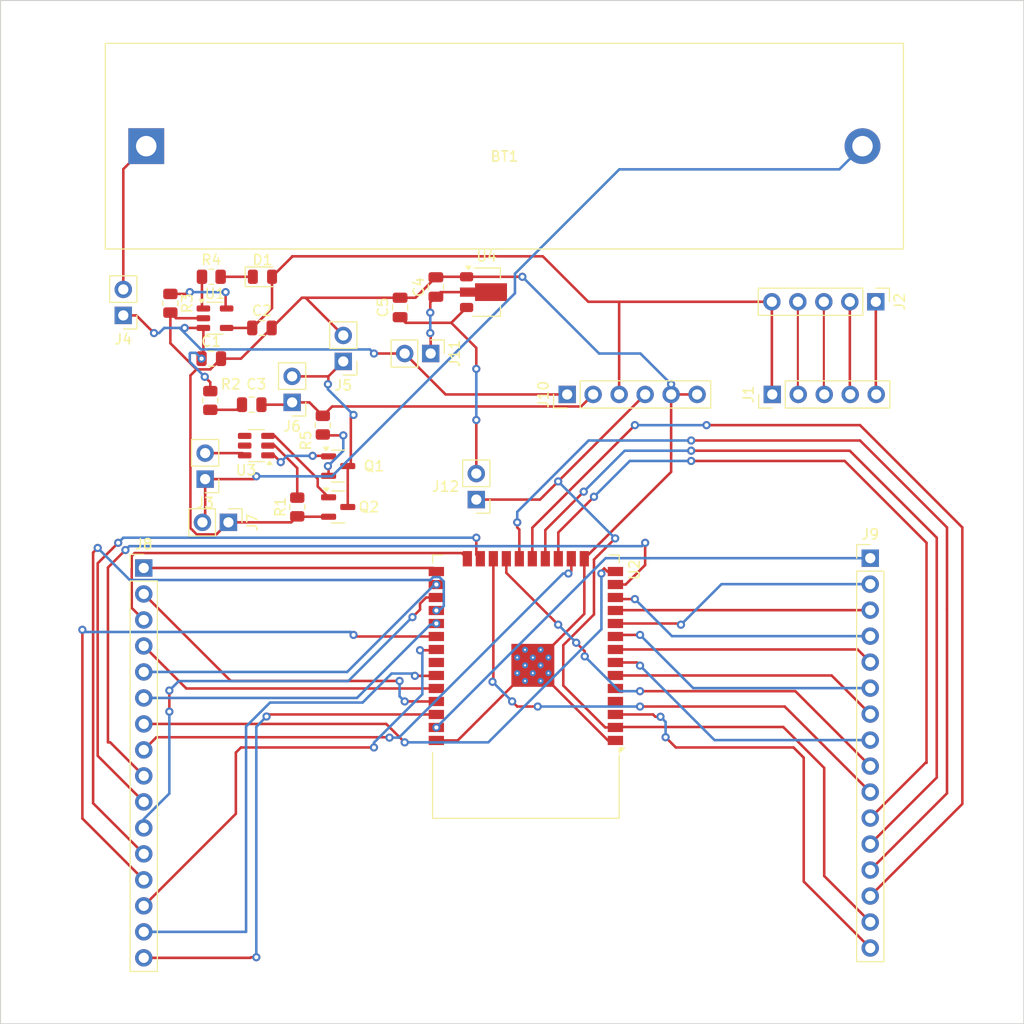
<source format=kicad_pcb>
(kicad_pcb (version 20240108) (generator "pcbnew") (generator_version "8.0")
  (layers (0 "F.Cu" signal) (31 "B.Cu" signal) (34 "B.Paste" user) (35 "F.Paste" user) (36 "B.SilkS" user "B.Silkscreen") (37 "F.SilkS" user "F.Silkscreen") (38 "B.Mask" user) (39 "F.Mask" user) (44 "Edge.Cuts" user))
  (net 0 "")
  (net 1 "Net-(BT1-+)")
  (net 2 "Net-(BT1--)")
  (net 3 "GND")
  (net 4 "+BATT")
  (net 5 "VBUS")
  (net 6 "-BATT")
  (net 7 "Net-(U3-VDD)")
  (net 8 "Net-(J11-Pin_1)")
  (net 9 "Net-(J12-Pin_2)")
  (net 10 "Net-(D1-K)")
  (net 11 "/D-")
  (net 12 "/D+")
  (net 13 "/ID")
  (net 14 "/Shield")
  (net 15 "Net-(J5-Pin_1)")
  (net 16 "/IO17")
  (net 17 "/IO18")
  (net 18 "/IO5")
  (net 19 "/IO0")
  (net 20 "/IO22")
  (net 21 "/IO13")
  (net 22 "/IO12")
  (net 23 "/IO2")
  (net 24 "/IO14")
  (net 25 "/IO19")
  (net 26 "/IO3")
  (net 27 "/IO16")
  (net 28 "/IO4")
  (net 29 "/IO15")
  (net 30 "/IO21")
  (net 31 "/IO1")
  (net 32 "/IO32")
  (net 33 "/SD3")
  (net 34 "/IO35")
  (net 35 "+3V3")
  (net 36 "/SD2")
  (net 37 "/IO25")
  (net 38 "/IO34")
  (net 39 "/IO27")
  (net 40 "/IO23")
  (net 41 "/IO26")
  (net 42 "/IO33")
  (net 43 "/CMD")
  (net 44 "/SD0")
  (net 45 "/CLK")
  (net 46 "/SD1")
  (net 47 "/EN_ESP")
  (net 48 "Net-(Q1-S)")
  (net 49 "Net-(Q1-G)")
  (net 50 "Net-(Q2-G)")
  (net 51 "Net-(U3-VM)")
  (net 52 "Net-(U1-PROG)")
  (net 53 "Net-(U1-STAT)")
  (footprint "Library:18650 cell holder - pin gap = 70mm" (layer "F.Cu") (at 82.7425 57.735)
    (property "Reference" "BT1")
    (property "Value" "Battery_Cell")
  )
  (footprint "Connector_PinHeader_2.54mm:PinHeader_1x16_P2.54mm_Vertical" (layer "F.Cu") (at 83.5 98.96)
    (property "Reference" "J8")
    (property "Value" "Conn_01x16_Pin")
  )
  (footprint "Connector_PinHeader_2.54mm:PinHeader_1x02_P2.54mm_Vertical" (layer "F.Cu") (at 81.5 74.275 180)
    (property "Reference" "J4")
    (property "Value" "Conn_01x02_Pin")
  )
  (footprint "Connector_PinHeader_2.54mm:PinHeader_1x06_P2.54mm_Vertical" (layer "F.Cu") (at 124.88 82 90)
    (property "Reference" "J10")
    (property "Value" "Conn_01x06_Pin")
  )
  (footprint "Connector_PinHeader_2.54mm:PinHeader_1x05_P2.54mm_Vertical" (layer "F.Cu") (at 155.045 72.9425 -90)
    (property "Reference" "J2")
    (property "Value" "Conn_01x05_Pin")
  )
  (footprint "Resistor_SMD:R_0805_2012Metric" (layer "F.Cu") (at 101 85 90)
    (property "Reference" "R5")
    (property "Value" "330m")
  )
  (footprint "Package_TO_SOT_SMD:SOT-23-5" (layer "F.Cu") (at 90.4625 74.55)
    (property "Reference" "U1")
    (property "Value" "MCP73831-2-OT")
  )
  (footprint "Connector_PinHeader_2.54mm:PinHeader_1x05_P2.54mm_Vertical" (layer "F.Cu") (at 144.925 82 90)
    (property "Reference" "J1")
    (property "Value" "Conn_01x05_Pin")
  )
  (footprint "Capacitor_SMD:C_0805_2012Metric" (layer "F.Cu") (at 90.1 78.5)
    (property "Reference" "C1")
    (property "Value" "4.7u")
  )
  (footprint "Capacitor_SMD:C_0805_2012Metric" (layer "F.Cu") (at 95.05 75.5)
    (property "Reference" "C2")
    (property "Value" "4.7u")
  )
  (footprint "Package_TO_SOT_SMD:SOT-23-6" (layer "F.Cu") (at 94.5 87 180)
    (property "Reference" "U3")
    (property "Value" "AP9101CK6-AYTRG1")
  )
  (footprint "Package_TO_SOT_SMD:SOT-89-3" (layer "F.Cu") (at 117 72)
    (property "Reference" "U4")
    (property "Value" "HT75xx-1-SOT89")
  )
  (footprint "Connector_PinHeader_2.54mm:PinHeader_1x02_P2.54mm_Vertical" (layer "F.Cu") (at 116 92.275 180)
    (property "Reference" "J12")
    (property "Value" "Conn_01x02_Pin")
  )
  (footprint "Connector_PinHeader_2.54mm:PinHeader_1x02_P2.54mm_Vertical" (layer "F.Cu") (at 89.5 90.275 180)
    (property "Reference" "J3")
    (property "Value" "Conn_01x02_Pin")
  )
  (footprint "Resistor_SMD:R_0805_2012Metric" (layer "F.Cu") (at 90 82.5875 90)
    (property "Reference" "R2")
    (property "Value" "330")
  )
  (footprint "Connector_PinHeader_2.54mm:PinHeader_1x02_P2.54mm_Vertical" (layer "F.Cu") (at 103 78.775 180)
    (property "Reference" "J5")
    (property "Value" "Conn_01x02_Pin")
  )
  (footprint "LED_SMD:LED_0805_2012Metric" (layer "F.Cu") (at 95.1 70.5)
    (property "Reference" "D1")
    (property "Value" "LED")
  )
  (footprint "RF_Module:ESP32-WROOM-32" (layer "F.Cu") (at 120.845 107.565 180)
    (property "Reference" "U2")
    (property "Value" "ESP32-WROOM-32")
  )
  (footprint "Connector_PinHeader_2.54mm:PinHeader_1x02_P2.54mm_Vertical" (layer "F.Cu") (at 91.775 94.5 -90)
    (property "Reference" "J7")
    (property "Value" "Conn_01x02_Pin")
  )
  (footprint "Connector_PinHeader_2.54mm:PinHeader_1x02_P2.54mm_Vertical" (layer "F.Cu") (at 98 82.775 180)
    (property "Reference" "J6")
    (property "Value" "Conn_01x02_Pin")
  )
  (footprint "Resistor_SMD:R_0805_2012Metric" (layer "F.Cu") (at 90.1 70.5)
    (property "Reference" "R4")
    (property "Value" "470")
  )
  (footprint "Capacitor_SMD:C_0805_2012Metric" (layer "F.Cu") (at 94.05 83 180)
    (property "Reference" "C3")
    (property "Value" "100n")
  )
  (footprint "Package_TO_SOT_SMD:SOT-23" (layer "F.Cu") (at 102.5 89)
    (property "Reference" "Q1")
    (property "Value" "2N7002H")
  )
  (footprint "Connector_PinHeader_2.54mm:PinHeader_1x16_P2.54mm_Vertical" (layer "F.Cu") (at 154.5 98)
    (property "Reference" "J9")
    (property "Value" "Conn_01x16_Pin")
  )
  (footprint "Resistor_SMD:R_0805_2012Metric" (layer "F.Cu") (at 86.1 73.0875 -90)
    (property "Reference" "R3")
    (property "Value" "2k")
  )
  (footprint "Resistor_SMD:R_0805_2012Metric" (layer "F.Cu") (at 98.5 93 90)
    (property "Reference" "R1")
    (property "Value" "2k7")
  )
  (footprint "Capacitor_SMD:C_0805_2012Metric" (layer "F.Cu") (at 112.05 71.5 90)
    (property "Reference" "C4")
    (property "Value" "10u")
  )
  (footprint "Capacitor_SMD:C_0805_2012Metric" (layer "F.Cu") (at 108.55 73.5 90)
    (property "Reference" "C5")
    (property "Value" "10u")
  )
  (footprint "Package_TO_SOT_SMD:SOT-23" (layer "F.Cu") (at 102.5 93)
    (property "Reference" "Q2")
    (property "Value" "2N7002H")
  )
  (footprint "Connector_PinHeader_2.54mm:PinHeader_1x02_P2.54mm_Vertical" (layer "F.Cu") (at 111.54 78 -90)
    (property "Reference" "J11")
    (property "Value" "Conn_01x02_Pin")
  )
  (gr_rect (start 69.5 43.5) (end 169.5 143.5) (stroke (width 0.1)) (fill none) (layer "Edge.Cuts"))
  (segment (start 81.5 59.9775) (end 83.7425 57.735) (width 0.25) (layer "F.Cu") (net 1))
  (segment (start 81.5 71.735) (end 81.5 59.9775) (width 0.25) (layer "F.Cu") (net 1))
  (segment (start 89.5 90.275) (end 89.5 94.235) (width 0.25) (layer "F.Cu") (net 2))
  (segment (start 89.5 90.275) (end 94.225 90.275) (width 0.25) (layer "F.Cu") (net 2))
  (segment (start 94.225 90.275) (end 94.5 90) (width 0.25) (layer "F.Cu") (net 2))
  (segment (start 89.5 94.235) (end 89.235 94.5) (width 0.25) (layer "F.Cu") (net 2))
  (via (at 94.5 90) (size 0.8) (drill 0.4) (layers "F.Cu" "B.Cu") (net 2))
  (segment (start 101.89 90) (end 119.775 72.115) (width 0.25) (layer "B.Cu") (net 2))
  (segment (start 119.775 70.199695) (end 129.974695 60) (width 0.25) (layer "B.Cu") (net 2))
  (segment (start 129.974695 60) (end 151.4775 60) (width 0.25) (layer "B.Cu") (net 2))
  (segment (start 119.775 72.115) (end 119.775 70.199695) (width 0.25) (layer "B.Cu") (net 2))
  (segment (start 94.5 90) (end 101.89 90) (width 0.25) (layer "B.Cu") (net 2))
  (segment (start 151.4775 60) (end 153.7425 57.735) (width 0.25) (layer "B.Cu") (net 2))
  (segment (start 91.05 78.5) (end 93 78.5) (width 0.25) (layer "F.Cu") (net 3))
  (segment (start 112.095 115.815) (end 114.185 115.815) (width 0.25) (layer "F.Cu") (net 3))
  (segment (start 93 78.5) (end 96 75.5) (width 0.25) (layer "F.Cu") (net 3))
  (segment (start 108.55 72.55) (end 110.05 72.55) (width 0.25) (layer "F.Cu") (net 3))
  (segment (start 88.06 95.06) (end 88.06 80.1449) (width 0.25) (layer "F.Cu") (net 3))
  (segment (start 91.775 94.5) (end 97.9125 94.5) (width 0.25) (layer "F.Cu") (net 3))
  (segment (start 135.04 89.57) (end 126.555 98.055) (width 0.25) (layer "F.Cu") (net 3))
  (segment (start 96 75.5) (end 98.95 72.55) (width 0.25) (layer "F.Cu") (net 3))
  (segment (start 98.5 93.9125) (end 98.9125 93.9125) (width 0.25) (layer "F.Cu") (net 3))
  (segment (start 135.04 82) (end 135.04 89.57) (width 0.25) (layer "F.Cu") (net 3))
  (segment (start 97.9125 94.5) (end 98.5 93.9125) (width 0.25) (layer "F.Cu") (net 3))
  (segment (start 90 79.55) (end 88.6549 79.55) (width 0.25) (layer "F.Cu") (net 3))
  (segment (start 86.1 76.9951) (end 86.1 74) (width 0.25) (layer "F.Cu") (net 3))
  (segment (start 112.55 70.5) (end 115.05 70.5) (width 0.25) (layer "F.Cu") (net 3))
  (segment (start 98.9125 93.9125) (end 98.95 93.95) (width 0.25) (layer "F.Cu") (net 3))
  (segment (start 88.675 95.675) (end 88.06 95.06) (width 0.25) (layer "F.Cu") (net 3))
  (segment (start 110.05 72.55) (end 112.05 70.55) (width 0.25) (layer "F.Cu") (net 3))
  (segment (start 128.865 115.815) (end 123.05 110) (width 0.25) (layer "F.Cu") (net 3))
  (segment (start 135.04 81) (end 135.04 82) (width 0.25) (layer "F.Cu") (net 3))
  (segment (start 99.315 72.55) (end 98.95 72.55) (width 0.25) (layer "F.Cu") (net 3))
  (segment (start 88.06 80.1449) (end 88.6549 79.55) (width 0.25) (layer "F.Cu") (net 3))
  (segment (start 112.05 70.55) (end 112.5 70.55) (width 0.25) (layer "F.Cu") (net 3))
  (segment (start 135.04 82) (end 137.58 82) (width 0.25) (layer "F.Cu") (net 3))
  (segment (start 98.95 93.95) (end 101.5625 93.95) (width 0.25) (layer "F.Cu") (net 3))
  (segment (start 91.775 94.5) (end 90.6 95.675) (width 0.25) (layer "F.Cu") (net 3))
  (segment (start 86.65 74.55) (end 89.325 74.55) (width 0.25) (layer "F.Cu") (net 3))
  (segment (start 120.5 70.5) (end 115.05 70.5) (width 0.25) (layer "F.Cu") (net 3))
  (segment (start 91.05 78.5) (end 90 79.55) (width 0.25) (layer "F.Cu") (net 3))
  (segment (start 103 76.235) (end 99.315 72.55) (width 0.25) (layer "F.Cu") (net 3))
  (segment (start 126.555 103.445) (end 121.525 108.475) (width 0.25) (layer "F.Cu") (net 3))
  (segment (start 90.6 95.675) (end 88.675 95.675) (width 0.25) (layer "F.Cu") (net 3))
  (segment (start 126.555 98.055) (end 126.555 103.445) (width 0.25) (layer "F.Cu") (net 3))
  (segment (start 98.95 72.55) (end 108.55 72.55) (width 0.25) (layer "F.Cu") (net 3))
  (segment (start 88.6549 79.55) (end 86.1 76.9951) (width 0.25) (layer "F.Cu") (net 3))
  (segment (start 114.185 115.815) (end 120 110) (width 0.25) (layer "F.Cu") (net 3))
  (segment (start 129.595 115.815) (end 128.865 115.815) (width 0.25) (layer "F.Cu") (net 3))
  (segment (start 112.5 70.55) (end 112.55 70.5) (width 0.25) (layer "F.Cu") (net 3))
  (segment (start 86.1 74) (end 86.65 74.55) (width 0.25) (layer "F.Cu") (net 3))
  (via (at 120.5 70.5) (size 0.8) (drill 0.4) (layers "F.Cu" "B.Cu") (net 3))
  (via (at 135.04 81) (size 0.8) (drill 0.4) (layers "F.Cu" "B.Cu") (net 3))
  (segment (start 128 78) (end 120.5 70.5) (width 0.25) (layer "B.Cu") (net 3))
  (segment (start 135.04 81) (end 132.04 78) (width 0.25) (layer "B.Cu") (net 3))
  (segment (start 132.04 78) (end 128 78) (width 0.25) (layer "B.Cu") (net 3))
  (segment (start 109 78) (end 106 78) (width 0.25) (layer "F.Cu") (net 4))
  (segment (start 89.325 78.325) (end 89.15 78.5) (width 0.25) (layer "F.Cu") (net 4))
  (segment (start 90 80.813888) (end 89.461112 80.275) (width 0.25) (layer "F.Cu") (net 4))
  (segment (start 87.5 75.5) (end 89.325 75.5) (width 0.25) (layer "F.Cu") (net 4))
  (segment (start 113 82) (end 124.88 82) (width 0.25) (layer "F.Cu") (net 4))
  (segment (start 81.5 74.275) (end 82.775 74.275) (width 0.25) (layer "F.Cu") (net 4))
  (segment (start 89.325 75.5) (end 89.325 78.325) (width 0.25) (layer "F.Cu") (net 4))
  (segment (start 82.775 74.275) (end 84.5 76) (width 0.25) (layer "F.Cu") (net 4))
  (segment (start 109 78) (end 113 82) (width 0.25) (layer "F.Cu") (net 4))
  (segment (start 90 81.675) (end 90 80.813888) (width 0.25) (layer "F.Cu") (net 4))
  (via (at 106 78) (size 0.8) (drill 0.4) (layers "F.Cu" "B.Cu") (net 4))
  (via (at 87.5 75.5) (size 0.8) (drill 0.4) (layers "F.Cu" "B.Cu") (net 4))
  (via (at 89.15 78.5) (size 0.8) (drill 0.4) (layers "F.Cu" "B.Cu") (net 4))
  (via (at 89.461112 80.275) (size 0.8) (drill 0.4) (layers "F.Cu" "B.Cu") (net 4))
  (via (at 84.5 76) (size 0.8) (drill 0.4) (layers "F.Cu" "B.Cu") (net 4))
  (segment (start 88.584897 77.934897) (end 89.15 78.5) (width 0.25) (layer "B.Cu") (net 4))
  (segment (start 106 78) (end 105.6 77.6) (width 0.25) (layer "B.Cu") (net 4))
  (segment (start 89.461112 80.275) (end 88 78.813888) (width 0.25) (layer "B.Cu") (net 4))
  (segment (start 88 78) (end 88.065103 77.934897) (width 0.25) (layer "B.Cu") (net 4))
  (segment (start 85.5 75.5) (end 87 75.5) (width 0.25) (layer "B.Cu") (net 4))
  (segment (start 105.6 77.6) (end 89.1 77.6) (width 0.25) (layer "B.Cu") (net 4))
  (segment (start 88.065103 77.934897) (end 88.584897 77.934897) (width 0.25) (layer "B.Cu") (net 4))
  (segment (start 88 78.813888) (end 88 78) (width 0.25) (layer "B.Cu") (net 4))
  (segment (start 89.1 77.6) (end 87 75.5) (width 0.25) (layer "B.Cu") (net 4))
  (segment (start 85 76) (end 85.5 75.5) (width 0.25) (layer "B.Cu") (net 4))
  (segment (start 87 75.5) (end 87.5 75.5) (width 0.25) (layer "B.Cu") (net 4))
  (segment (start 84.5 76) (end 85 76) (width 0.25) (layer "B.Cu") (net 4))
  (segment (start 144.885 72.9425) (end 144.885 81.96) (width 0.25) (layer "F.Cu") (net 5))
  (segment (start 98 68.5375) (end 96.0375 70.5) (width 0.25) (layer "F.Cu") (net 5))
  (segment (start 96.0375 73.5625) (end 94.1 75.5) (width 0.25) (layer "F.Cu") (net 5))
  (segment (start 144.885 72.9425) (end 130 72.9425) (width 0.25) (layer "F.Cu") (net 5))
  (segment (start 122.5 68.5) (end 98 68.5) (width 0.25) (layer "F.Cu") (net 5))
  (segment (start 144.885 81.96) (end 144.925 82) (width 0.25) (layer "F.Cu") (net 5))
  (segment (start 98 68.5) (end 98 68.5375) (width 0.25) (layer "F.Cu") (net 5))
  (segment (start 129.96 72.9825) (end 130 72.9425) (width 0.25) (layer "F.Cu") (net 5))
  (segment (start 96.0375 70.5) (end 96.0375 73.5625) (width 0.25) (layer "F.Cu") (net 5))
  (segment (start 130 72.9425) (end 126.9425 72.9425) (width 0.25) (layer "F.Cu") (net 5))
  (segment (start 91.6 75.5) (end 94.1 75.5) (width 0.25) (layer "F.Cu") (net 5))
  (segment (start 129.96 82) (end 129.96 72.9825) (width 0.25) (layer "F.Cu") (net 5))
  (segment (start 126.9425 72.9425) (end 122.5 68.5) (width 0.25) (layer "F.Cu") (net 5))
  (segment (start 89.5 87.735) (end 93.1475 87.735) (width 0.25) (layer "F.Cu") (net 6))
  (segment (start 93.1475 87.735) (end 93.3625 87.95) (width 0.25) (layer "F.Cu") (net 6))
  (segment (start 95 83) (end 97.775 83) (width 0.25) (layer "F.Cu") (net 6))
  (segment (start 101 84.0875) (end 101.9125 83.175) (width 0.25) (layer "F.Cu") (net 6))
  (segment (start 101.9125 83.175) (end 126.245 83.175) (width 0.25) (layer "F.Cu") (net 6))
  (segment (start 97.775 83) (end 98 82.775) (width 0.25) (layer "F.Cu") (net 6))
  (segment (start 126.245 83.175) (end 127.42 82) (width 0.25) (layer "F.Cu") (net 6))
  (segment (start 98 82.775) (end 99.6875 82.775) (width 0.25) (layer "F.Cu") (net 6))
  (segment (start 99.6875 82.775) (end 101 84.0875) (width 0.25) (layer "F.Cu") (net 6))
  (segment (start 92.6 83.5) (end 90 83.5) (width 0.25) (layer "F.Cu") (net 7))
  (segment (start 93.1 83) (end 92.6 83.5) (width 0.25) (layer "F.Cu") (net 7))
  (segment (start 112.5 72) (end 112.05 72.45) (width 0.25) (layer "F.Cu") (net 8))
  (segment (start 111.54 76.04) (end 111.5 76) (width 0.25) (layer "F.Cu") (net 8))
  (segment (start 111.54 78) (end 111.54 76.04) (width 0.25) (layer "F.Cu") (net 8))
  (segment (start 111.5 73) (end 112.05 72.45) (width 0.25) (layer "F.Cu") (net 8))
  (segment (start 111.5 74) (end 111.5 73) (width 0.25) (layer "F.Cu") (net 8))
  (segment (start 115.1375 72) (end 112.5 72) (width 0.25) (layer "F.Cu") (net 8))
  (segment (start 112.05 72.45) (end 111.6 72.45) (width 0.25) (layer "F.Cu") (net 8))
  (via (at 111.5 76) (size 0.8) (drill 0.4) (layers "F.Cu" "B.Cu") (net 8))
  (via (at 111.5 74) (size 0.8) (drill 0.4) (layers "F.Cu" "B.Cu") (net 8))
  (segment (start 111.5 76) (end 111.5 74) (width 0.25) (layer "B.Cu") (net 8))
  (segment (start 116 89.735) (end 116 84.5) (width 0.25) (layer "F.Cu") (net 9))
  (segment (start 116 79.5) (end 116 77.45) (width 0.25) (layer "F.Cu") (net 9))
  (segment (start 115.05 73.5) (end 113.55 75) (width 0.25) (layer "F.Cu") (net 9))
  (segment (start 116 77.45) (end 113.55 75) (width 0.25) (layer "F.Cu") (net 9))
  (segment (start 113.55 75) (end 109.1 75) (width 0.25) (layer "F.Cu") (net 9))
  (segment (start 109.1 75) (end 108.55 74.45) (width 0.25) (layer "F.Cu") (net 9))
  (via (at 116 84.5) (size 0.8) (drill 0.4) (layers "F.Cu" "B.Cu") (net 9))
  (via (at 116 79.5) (size 0.8) (drill 0.4) (layers "F.Cu" "B.Cu") (net 9))
  (segment (start 116 84.5) (end 116 79.5) (width 0.25) (layer "B.Cu") (net 9))
  (segment (start 91.0125 70.5) (end 94.1625 70.5) (width 0.25) (layer "F.Cu") (net 10))
  (segment (start 149.965 72.9425) (end 149.965 81.96) (width 0.2) (layer "F.Cu") (net 11))
  (segment (start 149.965 81.96) (end 150.005 82) (width 0.2) (layer "F.Cu") (net 11))
  (segment (start 147.425 72.9425) (end 147.425 81.96) (width 0.2) (layer "F.Cu") (net 12))
  (segment (start 147.425 81.96) (end 147.465 82) (width 0.2) (layer "F.Cu") (net 12))
  (segment (start 152.505 72.9425) (end 152.505 81.96) (width 0.25) (layer "F.Cu") (net 13))
  (segment (start 152.505 81.96) (end 152.545 82) (width 0.25) (layer "F.Cu") (net 13))
  (segment (start 155.045 72.9425) (end 155.045 81.96) (width 0.25) (layer "F.Cu") (net 14))
  (segment (start 155.045 81.96) (end 155.085 82) (width 0.25) (layer "F.Cu") (net 14))
  (segment (start 101.54 80.235) (end 101.54 80.96) (width 0.25) (layer "F.Cu") (net 15))
  (segment (start 101.54 80.96) (end 101.5 81) (width 0.25) (layer "F.Cu") (net 15))
  (segment (start 101.54 80.235) (end 103 78.775) (width 0.25) (layer "F.Cu") (net 15))
  (segment (start 103.4375 89) (end 103.7375 88.7) (width 0.25) (layer "F.Cu") (net 15))
  (segment (start 103.4375 89) (end 103.4375 93) (width 0.25) (layer "F.Cu") (net 15))
  (segment (start 103.7375 88.7) (end 103.7375 84.2625) (width 0.25) (layer "F.Cu") (net 15))
  (segment (start 103.7375 84.2625) (end 104 84) (width 0.25) (layer "F.Cu") (net 15))
  (segment (start 98 80.235) (end 101.54 80.235) (width 0.25) (layer "F.Cu") (net 15))
  (via (at 104 84) (size 0.8) (drill 0.4) (layers "F.Cu" "B.Cu") (net 15))
  (via (at 101.5 81) (size 0.8) (drill 0.4) (layers "F.Cu" "B.Cu") (net 15))
  (segment (start 101.5 81.5) (end 101.5 81) (width 0.25) (layer "B.Cu") (net 15))
  (segment (start 104 84) (end 101.5 81.5) (width 0.25) (layer "B.Cu") (net 15))
  (segment (start 83.5 126.9) (end 78.55 121.95) (width 0.25) (layer "F.Cu") (net 16))
  (segment (start 78.55 121.95) (end 78.55 97.45) (width 0.25) (layer "F.Cu") (net 16))
  (segment (start 78.55 97.45) (end 79 97) (width 0.25) (layer "F.Cu") (net 16))
  (via (at 112.095 103.115) (size 0.8) (drill 0.4) (layers "F.Cu" "B.Cu") (net 16))
  (via (at 79 97) (size 0.8) (drill 0.4) (layers "F.Cu" "B.Cu") (net 16))
  (segment (start 112.82 102.68) (end 112.5 103) (width 0.25) (layer "B.Cu") (net 16))
  (segment (start 112.5 103) (end 112.21 103) (width 0.25) (layer "B.Cu") (net 16))
  (segment (start 112.395305 99.85) (end 112.82 100.274695) (width 0.25) (layer "B.Cu") (net 16))
  (segment (start 111.509695 100.135) (end 111.794695 99.85) (width 0.25) (layer "B.Cu") (net 16))
  (segment (start 112.82 100.274695) (end 112.82 102.68) (width 0.25) (layer "B.Cu") (net 16))
  (segment (start 112.21 103) (end 112.095 103.115) (width 0.25) (layer "B.Cu") (net 16))
  (segment (start 82.135 100.135) (end 111.509695 100.135) (width 0.25) (layer "B.Cu") (net 16))
  (segment (start 79 97) (end 82.135 100.135) (width 0.25) (layer "B.Cu") (net 16))
  (segment (start 111.794695 99.85) (end 112.395305 99.85) (width 0.25) (layer "B.Cu") (net 16))
  (segment (start 77.5 123.44) (end 77.5 105) (width 0.25) (layer "F.Cu") (net 17))
  (segment (start 83.5 129.44) (end 77.5 123.44) (width 0.25) (layer "F.Cu") (net 17))
  (segment (start 104 105.5) (end 104.155 105.655) (width 0.25) (layer "F.Cu") (net 17))
  (segment (start 104.155 105.655) (end 112.095 105.655) (width 0.25) (layer "F.Cu") (net 17))
  (via (at 104 105.5) (size 0.8) (drill 0.4) (layers "F.Cu" "B.Cu") (net 17))
  (via (at 77.5 105) (size 0.8) (drill 0.4) (layers "F.Cu" "B.Cu") (net 17))
  (segment (start 103.715 105.215) (end 104 105.5) (width 0.25) (layer "B.Cu") (net 17))
  (segment (start 77.715 105.215) (end 103.715 105.215) (width 0.25) (layer "B.Cu") (net 17))
  (segment (start 77.5 105) (end 77.715 105.215) (width 0.25) (layer "B.Cu") (net 17))
  (via (at 112.095 104.385) (size 0.8) (drill 0.4) (layers "F.Cu" "B.Cu") (net 18))
  (segment (start 83.5 111.66) (end 104.34 111.66) (width 0.25) (layer "B.Cu") (net 18))
  (segment (start 104.34 111.66) (end 111.5 104.5) (width 0.25) (layer "B.Cu") (net 18))
  (segment (start 111.5 104.5) (end 111.98 104.5) (width 0.25) (layer "B.Cu") (net 18))
  (segment (start 111.98 104.5) (end 112.095 104.385) (width 0.25) (layer "B.Cu") (net 18))
  (segment (start 111.75 98.96) (end 112.095 99.305) (width 0.25) (layer "F.Cu") (net 19))
  (segment (start 83.5 98.96) (end 111.75 98.96) (width 0.25) (layer "F.Cu") (net 19))
  (segment (start 93.94 137.06) (end 83.5 137.06) (width 0.25) (layer "F.Cu") (net 20))
  (segment (start 94 137) (end 93.94 137.06) (width 0.25) (layer "F.Cu") (net 20))
  (segment (start 94.5 137) (end 94 137) (width 0.25) (layer "F.Cu") (net 20))
  (segment (start 112.095 113.275) (end 95.7 113.275) (width 0.25) (layer "F.Cu") (net 20))
  (segment (start 95.7 113.275) (end 95.5 113.475) (width 0.25) (layer "F.Cu") (net 20))
  (via (at 95.5 113.475) (size 0.8) (drill 0.4) (layers "F.Cu" "B.Cu") (net 20))
  (via (at 94.5 137) (size 0.8) (drill 0.4) (layers "F.Cu" "B.Cu") (net 20))
  (segment (start 94.5 114.475) (end 94.5 137) (width 0.25) (layer "B.Cu") (net 20))
  (segment (start 95.5 113.475) (end 94.5 114.475) (width 0.25) (layer "B.Cu") (net 20))
  (segment (start 107.512652 115.537958) (end 107.474694 115.5) (width 0.25) (layer "F.Cu") (net 21))
  (segment (start 125.285 98.055) (end 125.285 99.215) (width 0.25) (layer "F.Cu") (net 21))
  (segment (start 125.285 99.215) (end 125 99.5) (width 0.25) (layer "F.Cu") (net 21))
  (segment (start 107.474694 115.5) (end 84.74 115.5) (width 0.25) (layer "F.Cu") (net 21))
  (segment (start 84.74 115.5) (end 83.5 116.74) (width 0.25) (layer "F.Cu") (net 21))
  (via (at 125 99.5) (size 0.8) (drill 0.4) (layers "F.Cu" "B.Cu") (net 21))
  (via (at 107.512652 115.537958) (size 0.8) (drill 0.4) (layers "F.Cu" "B.Cu") (net 21))
  (segment (start 124.474695 99.5) (end 125 99.5) (width 0.25) (layer "B.Cu") (net 21))
  (segment (start 108.436737 115.537958) (end 124.474695 99.5) (width 0.25) (layer "B.Cu") (net 21))
  (segment (start 107.512652 115.537958) (end 108.436737 115.537958) (width 0.25) (layer "B.Cu") (net 21))
  (segment (start 128.225 99.275) (end 128.5 99) (width 0.25) (layer "F.Cu") (net 22))
  (segment (start 128.805 99.305) (end 129.595 99.305) (width 0.25) (layer "F.Cu") (net 22))
  (segment (start 83.5 114.2) (end 107.2 114.2) (width 0.25) (layer "F.Cu") (net 22))
  (segment (start 128.5 99) (end 128.805 99.305) (width 0.25) (layer "F.Cu") (net 22))
  (segment (start 107.2 114.2) (end 109 116) (width 0.25) (layer "F.Cu") (net 22))
  (segment (start 128.225 99.5) (end 128.225 99.275) (width 0.25) (layer "F.Cu") (net 22))
  (via (at 128.225 99.5) (size 0.8) (drill 0.4) (layers "F.Cu" "B.Cu") (net 22))
  (via (at 109 116) (size 0.8) (drill 0.4) (layers "F.Cu" "B.Cu") (net 22))
  (segment (start 109 116) (end 117.171384 116) (width 0.25) (layer "B.Cu") (net 22))
  (segment (start 128.225 104.946384) (end 128.225 99.5) (width 0.25) (layer "B.Cu") (net 22))
  (segment (start 117.171384 116) (end 128.225 104.946384) (width 0.25) (layer "B.Cu") (net 22))
  (segment (start 82.61 97.5) (end 114.57 97.5) (width 0.25) (layer "F.Cu") (net 23))
  (segment (start 114.57 97.5) (end 115.125 98.055) (width 0.25) (layer "F.Cu") (net 23))
  (segment (start 83.5 104.04) (end 82.325 102.865) (width 0.25) (layer "F.Cu") (net 23))
  (segment (start 82.325 102.865) (end 82.325 97.785) (width 0.25) (layer "F.Cu") (net 23))
  (segment (start 82.325 97.785) (end 82.61 97.5) (width 0.25) (layer "F.Cu") (net 23))
  (segment (start 132.5 98.67) (end 130.595 100.575) (width 0.25) (layer "F.Cu") (net 24))
  (segment (start 80 116) (end 80 98.914216) (width 0.25) (layer "F.Cu") (net 24))
  (segment (start 132.5 96.5) (end 132.5 98.67) (width 0.25) (layer "F.Cu") (net 24))
  (segment (start 80.22 116) (end 80 116) (width 0.25) (layer "F.Cu") (net 24))
  (segment (start 80 98.914216) (end 81.707108 97.207108) (width 0.25) (layer "F.Cu") (net 24))
  (segment (start 130.595 100.575) (end 129.595 100.575) (width 0.25) (layer "F.Cu") (net 24))
  (segment (start 83.5 119.28) (end 80.22 116) (width 0.25) (layer "F.Cu") (net 24))
  (via (at 132.5 96.5) (size 0.8) (drill 0.4) (layers "F.Cu" "B.Cu") (net 24))
  (via (at 81.707108 97.207108) (size 0.8) (drill 0.4) (layers "F.Cu" "B.Cu") (net 24))
  (segment (start 132.175 96.825) (end 132.5 96.5) (width 0.25) (layer "B.Cu") (net 24))
  (segment (start 82.089216 96.825) (end 132.175 96.825) (width 0.25) (layer "B.Cu") (net 24))
  (segment (start 81.707108 97.207108) (end 82.089216 96.825) (width 0.25) (layer "B.Cu") (net 24))
  (segment (start 106 116.5) (end 93 116.5) (width 0.25) (layer "F.Cu") (net 25))
  (segment (start 92.5 122.98) (end 83.5 131.98) (width 0.25) (layer "F.Cu") (net 25))
  (segment (start 92.5 117) (end 92.5 122.98) (width 0.25) (layer "F.Cu") (net 25))
  (segment (start 93 116.5) (end 92.5 117) (width 0.25) (layer "F.Cu") (net 25))
  (segment (start 112.02 107) (end 112.095 106.925) (width 0.25) (layer "F.Cu") (net 25))
  (segment (start 110.5 107) (end 112.02 107) (width 0.25) (layer "F.Cu") (net 25))
  (via (at 110.5 107) (size 0.8) (drill 0.4) (layers "F.Cu" "B.Cu") (net 25))
  (via (at 106 116.5) (size 0.8) (drill 0.4) (layers "F.Cu" "B.Cu") (net 25))
  (segment (start 110.725 111.300305) (end 110.725 107.225) (width 0.25) (layer "B.Cu") (net 25))
  (segment (start 110.725 107.225) (end 110.5 107) (width 0.25) (layer "B.Cu") (net 25))
  (segment (start 106 116.025305) (end 110.725 111.300305) (width 0.25) (layer "B.Cu") (net 25))
  (segment (start 106 116.5) (end 106 116.025305) (width 0.25) (layer "B.Cu") (net 25))
  (segment (start 87.655 110.735) (end 112.095 110.735) (width 0.25) (layer "F.Cu") (net 26))
  (segment (start 83.5 106.58) (end 87.655 110.735) (width 0.25) (layer "F.Cu") (net 26))
  (segment (start 111.095 101.845) (end 112.095 101.845) (width 0.25) (layer "F.Cu") (net 27))
  (segment (start 110.5 103.025306) (end 110.5 102.44) (width 0.25) (layer "F.Cu") (net 27))
  (segment (start 110.5 102.44) (end 111.095 101.845) (width 0.25) (layer "F.Cu") (net 27))
  (segment (start 109.762653 103.762653) (end 110.5 103.025306) (width 0.25) (layer "F.Cu") (net 27))
  (segment (start 86 113) (end 86 110.935) (width 0.25) (layer "F.Cu") (net 27))
  (via (at 86 113) (size 0.8) (drill 0.4) (layers "F.Cu" "B.Cu") (net 27))
  (via (at 109.762653 103.762653) (size 0.8) (drill 0.4) (layers "F.Cu" "B.Cu") (net 27))
  (via (at 86 110.935) (size 0.8) (drill 0.4) (layers "F.Cu" "B.Cu") (net 27))
  (segment (start 109.762653 103.762653) (end 109.737347 103.762653) (width 0.25) (layer "B.Cu") (net 27))
  (segment (start 103.489013 110.010987) (end 86.924013 110.010987) (width 0.25) (layer "B.Cu") (net 27))
  (segment (start 86 121) (end 86 113) (width 0.25) (layer "B.Cu") (net 27))
  (segment (start 86.924013 110.010987) (end 86 110.935) (width 0.25) (layer "B.Cu") (net 27))
  (segment (start 83.5 123.5) (end 86 121) (width 0.25) (layer "B.Cu") (net 27))
  (segment (start 109.737347 103.762653) (end 103.489013 110.010987) (width 0.25) (layer "B.Cu") (net 27))
  (segment (start 83.5 124.36) (end 83.5 123.5) (width 0.25) (layer "B.Cu") (net 27))
  (via (at 112.095 100.575) (size 0.8) (drill 0.4) (layers "F.Cu" "B.Cu") (net 28))
  (segment (start 112.02 100.5) (end 112.095 100.575) (width 0.25) (layer "B.Cu") (net 28))
  (segment (start 83.5 109.12) (end 103.38 109.12) (width 0.25) (layer "B.Cu") (net 28))
  (segment (start 112 100.5) (end 112.02 100.5) (width 0.25) (layer "B.Cu") (net 28))
  (segment (start 103.38 109.12) (end 112 100.5) (width 0.25) (layer "B.Cu") (net 28))
  (segment (start 116 97.66) (end 116.395 98.055) (width 0.25) (layer "F.Cu") (net 29))
  (segment (start 79 117.32) (end 79 98.5) (width 0.25) (layer "F.Cu") (net 29))
  (segment (start 116 96) (end 116 97.66) (width 0.25) (layer "F.Cu") (net 29))
  (segment (start 79 98.5) (end 81 96.5) (width 0.25) (layer "F.Cu") (net 29))
  (segment (start 83.5 121.82) (end 79 117.32) (width 0.25) (layer "F.Cu") (net 29))
  (via (at 81 96.5) (size 0.8) (drill 0.4) (layers "F.Cu" "B.Cu") (net 29))
  (via (at 116 96) (size 0.8) (drill 0.4) (layers "F.Cu" "B.Cu") (net 29))
  (segment (start 81.5 96) (end 116 96) (width 0.25) (layer "B.Cu") (net 29))
  (segment (start 81 96.5) (end 81.5 96) (width 0.25) (layer "B.Cu") (net 29))
  (segment (start 110 109.5) (end 112.06 109.5) (width 0.25) (layer "F.Cu") (net 30))
  (segment (start 112.06 109.5) (end 112.095 109.465) (width 0.25) (layer "F.Cu") (net 30))
  (via (at 110 109.5) (size 0.8) (drill 0.4) (layers "F.Cu" "B.Cu") (net 30))
  (segment (start 109.775 109.275) (end 110 109.5) (width 0.25) (layer "B.Cu") (net 30))
  (segment (start 83.5 134.52) (end 93.48 134.52) (width 0.25) (layer "B.Cu") (net 30))
  (segment (start 104.89 112.11) (end 107.725 109.275) (width 0.25) (layer "B.Cu") (net 30))
  (segment (start 93.48 134.52) (end 93.5 134.5) (width 0.25) (layer "B.Cu") (net 30))
  (segment (start 107.725 109.275) (end 109.775 109.275) (width 0.25) (layer "B.Cu") (net 30))
  (segment (start 95.839695 112.11) (end 104.89 112.11) (width 0.25) (layer "B.Cu") (net 30))
  (segment (start 93.5 134.5) (end 93.5 114.449695) (width 0.25) (layer "B.Cu") (net 30))
  (segment (start 93.5 114.449695) (end 95.839695 112.11) (width 0.25) (layer "B.Cu") (net 30))
  (segment (start 110.005 112.005) (end 112.095 112.005) (width 0.25) (layer "F.Cu") (net 31))
  (segment (start 83.5 101.5) (end 92 110) (width 0.25) (layer "F.Cu") (net 31))
  (segment (start 110 112) (end 110.005 112.005) (width 0.25) (layer "F.Cu") (net 31))
  (segment (start 109 112) (end 110 112) (width 0.25) (layer "F.Cu") (net 31))
  (segment (start 92 110) (end 108.5 110) (width 0.25) (layer "F.Cu") (net 31))
  (via (at 108.5 110) (size 0.8) (drill 0.4) (layers "F.Cu" "B.Cu") (net 31))
  (via (at 109 112) (size 0.8) (drill 0.4) (layers "F.Cu" "B.Cu") (net 31))
  (segment (start 108.5 111.5) (end 109 112) (width 0.25) (layer "B.Cu") (net 31))
  (segment (start 108.5 110) (end 108.5 111.5) (width 0.25) (layer "B.Cu") (net 31))
  (segment (start 154.5 108.16) (end 153.265 106.925) (width 0.25) (layer "F.Cu") (net 32))
  (segment (start 153.265 106.925) (end 129.595 106.925) (width 0.25) (layer "F.Cu") (net 32))
  (segment (start 152.5 87.5) (end 137 87.5) (width 0.25) (layer "F.Cu") (net 33))
  (segment (start 161 119.44) (end 161 116.5) (width 0.25) (layer "F.Cu") (net 33))
  (segment (start 154.5 125.94) (end 161 119.44) (width 0.25) (layer "F.Cu") (net 33))
  (segment (start 122.745 95.255) (end 122.745 98.055) (width 0.25) (layer "F.Cu") (net 33))
  (segment (start 161 116.5) (end 161 96) (width 0.25) (layer "F.Cu") (net 33))
  (segment (start 161 96) (end 152.5 87.5) (width 0.25) (layer "F.Cu") (net 33))
  (segment (start 126.5 91.5) (end 122.745 95.255) (width 0.25) (layer "F.Cu") (net 33))
  (via (at 126.5 91.5) (size 0.8) (drill 0.4) (layers "F.Cu" "B.Cu") (net 33))
  (via (at 137 87.5) (size 0.8) (drill 0.4) (layers "F.Cu" "B.Cu") (net 33))
  (segment (start 137 87.5) (end 130.5 87.5) (width 0.25) (layer "B.Cu") (net 33))
  (segment (start 130.5 87.5) (end 126.5 91.5) (width 0.25) (layer "B.Cu") (net 33))
  (segment (start 131.695 108.195) (end 129.595 108.195) (width 0.25) (layer "F.Cu") (net 34))
  (segment (start 132 108.5) (end 131.695 108.195) (width 0.25) (layer "F.Cu") (net 34))
  (via (at 132 108.5) (size 0.8) (drill 0.4) (layers "F.Cu" "B.Cu") (net 34))
  (segment (start 154.5 115.78) (end 139.28 115.78) (width 0.25) (layer "B.Cu") (net 34))
  (segment (start 139.28 115.78) (end 132 108.5) (width 0.25) (layer "B.Cu") (net 34))
  (segment (start 122.225 92.275) (end 124 90.5) (width 0.25) (layer "F.Cu") (net 35))
  (segment (start 124 90.5) (end 132.5 82) (width 0.25) (layer "F.Cu") (net 35))
  (segment (start 124.5 110.45) (end 124.5 106.5) (width 0.25) (layer "F.Cu") (net 35))
  (segment (start 129.595 114.545) (end 129.64 114.5) (width 0.25) (layer "F.Cu") (net 35))
  (segment (start 127.5 98.135306) (end 129.567653 96.067653) (width 0.25) (layer "F.Cu") (net 35))
  (segment (start 129.64 114.5) (end 146 114.5) (width 0.25) (layer "F.Cu") (net 35))
  (segment (start 127.5 103.5) (end 127.5 99.5) (width 0.25) (layer "F.Cu") (net 35))
  (segment (start 150 118.5) (end 150 129.06) (width 0.25) (layer "F.Cu") (net 35))
  (segment (start 150 129.06) (end 154.5 133.56) (width 0.25) (layer "F.Cu") (net 35))
  (segment (start 129.595 114.545) (end 128.595 114.545) (width 0.25) (layer "F.Cu") (net 35))
  (segment (start 128.595 114.545) (end 124.5 110.45) (width 0.25) (layer "F.Cu") (net 35))
  (segment (start 116 92.275) (end 122.225 92.275) (width 0.25) (layer "F.Cu") (net 35))
  (segment (start 124.5 106.5) (end 127.5 103.5) (width 0.25) (layer "F.Cu") (net 35))
  (segment (start 127.5 99.5) (end 127.5 98.135306) (width 0.25) (layer "F.Cu") (net 35))
  (segment (start 146 114.5) (end 150 118.5) (width 0.25) (layer "F.Cu") (net 35))
  (via (at 129.567653 96.067653) (size 0.8) (drill 0.4) (layers "F.Cu" "B.Cu") (net 35))
  (via (at 124 90.5) (size 0.8) (drill 0.4) (layers "F.Cu" "B.Cu") (net 35))
  (segment (start 129.567653 96.067653) (end 124 90.5) (width 0.25) (layer "B.Cu") (net 35))
  (segment (start 159.9 118) (end 160 118) (width 0.25) (layer "F.Cu") (net 36))
  (segment (start 159 95.5) (end 152 88.5) (width 0.25) (layer "F.Cu") (net 36))
  (segment (start 154.5 123.4) (end 159.9 118) (width 0.25) (layer "F.Cu") (net 36))
  (segment (start 160 118) (end 160 96.5) (width 0.25) (layer "F.Cu") (net 36))
  (segment (start 127.5 92) (end 124.015 95.485) (width 0.25) (layer "F.Cu") (net 36))
  (segment (start 152 88.5) (end 137 88.5) (width 0.25) (layer "F.Cu") (net 36))
  (segment (start 124.015 95.485) (end 124.015 98.055) (width 0.25) (layer "F.Cu") (net 36))
  (segment (start 160 96.5) (end 159 95.5) (width 0.25) (layer "F.Cu") (net 36))
  (via (at 137 88.5) (size 0.8) (drill 0.4) (layers "F.Cu" "B.Cu") (net 36))
  (via (at 127.5 92) (size 0.8) (drill 0.4) (layers "F.Cu" "B.Cu") (net 36))
  (segment (start 137 88.5) (end 131 88.5) (width 0.25) (layer "B.Cu") (net 36))
  (segment (start 131 88.5) (end 127.5 92) (width 0.25) (layer "B.Cu") (net 36))
  (segment (start 135.885 104.385) (end 129.595 104.385) (width 0.25) (layer "F.Cu") (net 37))
  (segment (start 136 104.5) (end 135.885 104.385) (width 0.25) (layer "F.Cu") (net 37))
  (via (at 136 104.5) (size 0.8) (drill 0.4) (layers "F.Cu" "B.Cu") (net 37))
  (segment (start 154.5 100.54) (end 139.96 100.54) (width 0.25) (layer "B.Cu") (net 37))
  (segment (start 139.96 100.54) (end 136 104.5) (width 0.25) (layer "B.Cu") (net 37))
  (segment (start 150.725 109.465) (end 129.595 109.465) (width 0.25) (layer "F.Cu") (net 38))
  (segment (start 154.5 113.24) (end 150.725 109.465) (width 0.25) (layer "F.Cu") (net 38))
  (segment (start 129.75 102) (end 129.595 101.845) (width 0.25) (layer "F.Cu") (net 39))
  (segment (start 131.5 102) (end 129.75 102) (width 0.25) (layer "F.Cu") (net 39))
  (via (at 131.5 102) (size 0.8) (drill 0.4) (layers "F.Cu" "B.Cu") (net 39))
  (segment (start 154.5 105.62) (end 135.12 105.62) (width 0.25) (layer "B.Cu") (net 39))
  (segment (start 135.12 105.62) (end 131.5 102) (width 0.25) (layer "B.Cu") (net 39))
  (via (at 112.095 114.545) (size 0.8) (drill 0.4) (layers "F.Cu" "B.Cu") (net 40))
  (segment (start 154.5 98) (end 128.64 98) (width 0.25) (layer "B.Cu") (net 40))
  (segment (start 128.64 98) (end 112.095 114.545) (width 0.25) (layer "B.Cu") (net 40))
  (segment (start 154.5 103.08) (end 129.63 103.08) (width 0.25) (layer "F.Cu") (net 41))
  (segment (start 129.63 103.08) (end 129.595 103.115) (width 0.25) (layer "F.Cu") (net 41))
  (segment (start 129.75 105.5) (end 129.595 105.655) (width 0.25) (layer "F.Cu") (net 42))
  (segment (start 132 105.5) (end 129.75 105.5) (width 0.25) (layer "F.Cu") (net 42))
  (via (at 132 105.5) (size 0.8) (drill 0.4) (layers "F.Cu" "B.Cu") (net 42))
  (segment (start 154.5 110.7) (end 137.2 110.7) (width 0.25) (layer "B.Cu") (net 42))
  (segment (start 137.2 110.7) (end 132 105.5) (width 0.25) (layer "B.Cu") (net 42))
  (segment (start 154.5 131.02) (end 163.5 122.02) (width 0.25) (layer "F.Cu") (net 43))
  (segment (start 121.475 95.025) (end 121.475 98.055) (width 0.25) (layer "F.Cu") (net 43))
  (segment (start 163.5 122.02) (end 163.5 95) (width 0.25) (layer "F.Cu") (net 43))
  (segment (start 131.5 85) (end 121.475 95.025) (width 0.25) (layer "F.Cu") (net 43))
  (segment (start 153.5 85) (end 138.5 85) (width 0.25) (layer "F.Cu") (net 43))
  (segment (start 163.5 95) (end 153.5 85) (width 0.25) (layer "F.Cu") (net 43))
  (via (at 138.5 85) (size 0.8) (drill 0.4) (layers "F.Cu" "B.Cu") (net 43))
  (via (at 131.5 85) (size 0.8) (drill 0.4) (layers "F.Cu" "B.Cu") (net 43))
  (segment (start 138.5 85) (end 131.5 85) (width 0.25) (layer "B.Cu") (net 43))
  (segment (start 147.18 111) (end 132 111) (width 0.25) (layer "F.Cu") (net 44))
  (segment (start 126.598345 107.598345) (end 126.598345 107.098345) (width 0.25) (layer "F.Cu") (net 44))
  (segment (start 126.598345 107.098345) (end 125.762653 106.262653) (width 0.25) (layer "F.Cu") (net 44))
  (segment (start 124 104.5) (end 118.935 99.435) (width 0.25) (layer "F.Cu") (net 44))
  (segment (start 154.5 118.32) (end 147.18 111) (width 0.25) (layer "F.Cu") (net 44))
  (segment (start 118.935 99.435) (end 118.935 98.055) (width 0.25) (layer "F.Cu") (net 44))
  (via (at 126.598345 107.598345) (size 0.8) (drill 0.4) (layers "F.Cu" "B.Cu") (net 44))
  (via (at 132 111) (size 0.8) (drill 0.4) (layers "F.Cu" "B.Cu") (net 44))
  (via (at 124 104.5) (size 0.8) (drill 0.4) (layers "F.Cu" "B.Cu") (net 44))
  (via (at 125.762653 106.262653) (size 0.8) (drill 0.4) (layers "F.Cu" "B.Cu") (net 44))
  (segment (start 132 111) (end 130 111) (width 0.25) (layer "B.Cu") (net 44))
  (segment (start 130 111) (end 126.598345 107.598345) (width 0.25) (layer "B.Cu") (net 44))
  (segment (start 125.762653 106.262653) (end 124 104.5) (width 0.25) (layer "B.Cu") (net 44))
  (segment (start 162 120.98) (end 162 103) (width 0.25) (layer "F.Cu") (net 45))
  (segment (start 162 103) (end 162 95) (width 0.25) (layer "F.Cu") (net 45))
  (segment (start 154.5 128.48) (end 162 120.98) (width 0.25) (layer "F.Cu") (net 45))
  (segment (start 120 95) (end 120.205 95.205) (width 0.25) (layer "F.Cu") (net 45))
  (segment (start 120 94.5) (end 120 95) (width 0.25) (layer "F.Cu") (net 45))
  (segment (start 162 95) (end 153.5 86.5) (width 0.25) (layer "F.Cu") (net 45))
  (segment (start 120.205 95.205) (end 120.205 98.055) (width 0.25) (layer "F.Cu") (net 45))
  (segment (start 153.5 86.5) (end 137 86.5) (width 0.25) (layer "F.Cu") (net 45))
  (via (at 120 94.5) (size 0.8) (drill 0.4) (layers "F.Cu" "B.Cu") (net 45))
  (via (at 137 86.5) (size 0.8) (drill 0.4) (layers "F.Cu" "B.Cu") (net 45))
  (segment (start 126.974695 86.5) (end 120 93.474695) (width 0.25) (layer "B.Cu") (net 45))
  (segment (start 120 93.474695) (end 120 94.5) (width 0.25) (layer "B.Cu") (net 45))
  (segment (start 137 86.5) (end 126.974695 86.5) (width 0.25) (layer "B.Cu") (net 45))
  (segment (start 120 112.5) (end 119.5 112) (width 0.25) (layer "F.Cu") (net 46))
  (segment (start 117.665 110.000306) (end 117.665 98.055) (width 0.25) (layer "F.Cu") (net 46))
  (segment (start 122 112.5) (end 120 112.5) (width 0.25) (layer "F.Cu") (net 46))
  (segment (start 146.14 112.5) (end 132 112.5) (width 0.25) (layer "F.Cu") (net 46))
  (segment (start 154.5 120.86) (end 146.14 112.5) (width 0.25) (layer "F.Cu") (net 46))
  (segment (start 117.582653 110.082653) (end 117.665 110.000306) (width 0.25) (layer "F.Cu") (net 46))
  (via (at 132 112.5) (size 0.8) (drill 0.4) (layers "F.Cu" "B.Cu") (net 46))
  (via (at 119.5 112) (size 0.8) (drill 0.4) (layers "F.Cu" "B.Cu") (net 46))
  (via (at 117.582653 110.082653) (size 0.8) (drill 0.4) (layers "F.Cu" "B.Cu") (net 46))
  (via (at 122 112.5) (size 0.8) (drill 0.4) (layers "F.Cu" "B.Cu") (net 46))
  (segment (start 132 112.5) (end 122 112.5) (width 0.25) (layer "B.Cu") (net 46))
  (segment (start 119.5 112) (end 117.582653 110.082653) (width 0.25) (layer "B.Cu") (net 46))
  (segment (start 154.5 136.1) (end 148 129.6) (width 0.25) (layer "F.Cu") (net 47))
  (segment (start 133.5 113.5) (end 133.275 113.275) (width 0.25) (layer "F.Cu") (net 47))
  (segment (start 148 117.5) (end 147 116.5) (width 0.25) (layer "F.Cu") (net 47))
  (segment (start 135.5 116.5) (end 134.5 115.5) (width 0.25) (layer "F.Cu") (net 47))
  (segment (start 147 116.5) (end 135.5 116.5) (width 0.25) (layer "F.Cu") (net 47))
  (segment (start 133.275 113.275) (end 129.595 113.275) (width 0.25) (layer "F.Cu") (net 47))
  (segment (start 134 113.5) (end 133.5 113.5) (width 0.25) (layer "F.Cu") (net 47))
  (segment (start 148 129.6) (end 148 117.5) (width 0.25) (layer "F.Cu") (net 47))
  (via (at 134 113.5) (size 0.8) (drill 0.4) (layers "F.Cu" "B.Cu") (net 47))
  (via (at 134.5 115.5) (size 0.8) (drill 0.4) (layers "F.Cu" "B.Cu") (net 47))
  (segment (start 134.5 115.5) (end 134.5 114) (width 0.25) (layer "B.Cu") (net 47))
  (segment (start 134.5 114) (end 134 113.5) (width 0.25) (layer "B.Cu") (net 47))
  (segment (start 101.5625 89.95) (end 101.5625 89.0625) (width 0.25) (layer "F.Cu") (net 48))
  (segment (start 103 86) (end 101.0875 86) (width 0.25) (layer "F.Cu") (net 48))
  (segment (start 101.0875 86) (end 101 85.9125) (width 0.25) (layer "F.Cu") (net 48))
  (segment (start 101.5625 89.0625) (end 101.5 89) (width 0.25) (layer "F.Cu") (net 48))
  (via (at 101.5 89) (size 0.8) (drill 0.4) (layers "F.Cu" "B.Cu") (net 48))
  (via (at 103 86) (size 0.8) (drill 0.4) (layers "F.Cu" "B.Cu") (net 48))
  (segment (start 101.5 89) (end 103 87.5) (width 0.25) (layer "B.Cu") (net 48))
  (segment (start 103 87.5) (end 103 86) (width 0.25) (layer "B.Cu") (net 48))
  (segment (start 101.5125 88) (end 101.5625 88.05) (width 0.25) (layer "F.Cu") (net 49))
  (segment (start 95.6375 87.95) (end 96.224693 87.95) (width 0.25) (layer "F.Cu") (net 49))
  (segment (start 100 88) (end 101.5125 88) (width 0.25) (layer "F.Cu") (net 49))
  (segment (start 96.224693 87.95) (end 96.887346 88.612653) (width 0.25) (layer "F.Cu") (net 49))
  (via (at 100 88) (size 0.8) (drill 0.4) (layers "F.Cu" "B.Cu") (net 49))
  (via (at 96.887346 88.612653) (size 0.8) (drill 0.4) (layers "F.Cu" "B.Cu") (net 49))
  (segment (start 97.499999 88) (end 100 88) (width 0.25) (layer "B.Cu") (net 49))
  (segment (start 96.887346 88.612653) (end 97.499999 88) (width 0.25) (layer "B.Cu") (net 49))
  (segment (start 95.6375 86.05) (end 96.299999 86.05) (width 0.25) (layer "F.Cu") (net 50))
  (segment (start 100.5 90.250001) (end 100.5 90.9875) (width 0.25) (layer "F.Cu") (net 50))
  (segment (start 100.5 90.9875) (end 101.5625 92.05) (width 0.25) (layer "F.Cu") (net 50))
  (segment (start 96.299999 86.05) (end 100.5 90.250001) (width 0.25) (layer "F.Cu") (net 50))
  (segment (start 96.299999 87) (end 98.5 89.200001) (width 0.25) (layer "F.Cu") (net 51))
  (segment (start 95.6375 87) (end 96.299999 87) (width 0.25) (layer "F.Cu") (net 51))
  (segment (start 98.5 89.200001) (end 98.5 92.0875) (width 0.25) (layer "F.Cu") (net 51))
  (segment (start 87.825 72.175) (end 88 72) (width 0.25) (layer "F.Cu") (net 52))
  (segment (start 91.5 72) (end 91.5 73.5) (width 0.25) (layer "F.Cu") (net 52))
  (segment (start 91.5 73.5) (end 91.6 73.6) (width 0.25) (layer "F.Cu") (net 52))
  (segment (start 86.1 72.175) (end 87.825 72.175) (width 0.25) (layer "F.Cu") (net 52))
  (via (at 91.5 72) (size 0.8) (drill 0.4) (layers "F.Cu" "B.Cu") (net 52))
  (via (at 88 72) (size 0.8) (drill 0.4) (layers "F.Cu" "B.Cu") (net 52))
  (segment (start 88 72) (end 91.5 72) (width 0.25) (layer "B.Cu") (net 52))
  (segment (start 89.1875 70.5) (end 89.1875 73.4625) (width 0.25) (layer "F.Cu") (net 53))
  (segment (start 89.1875 73.4625) (end 89.325 73.6) (width 0.25) (layer "F.Cu") (net 53))
)
</source>
